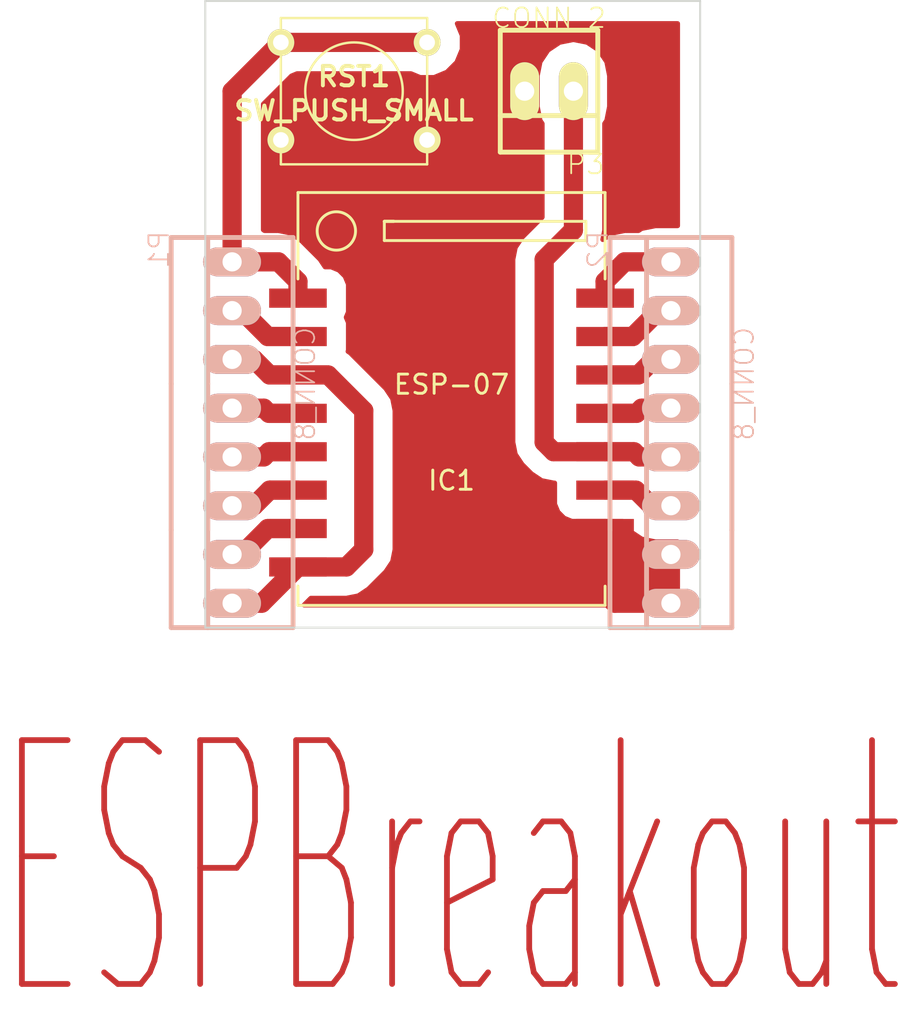
<source format=kicad_pcb>
(kicad_pcb (version 3) (host pcbnew "(2013-may-18)-stable")

  (general
    (links 24)
    (no_connects 0)
    (area 24.538571 38.430999 71.98143 92.86)
    (thickness 1.6)
    (drawings 5)
    (tracks 68)
    (zones 0)
    (modules 5)
    (nets 15)
  )

  (page A4 portrait)
  (layers
    (15 F.Cu signal)
    (0 B.Cu signal)
    (16 B.Adhes user)
    (17 F.Adhes user)
    (18 B.Paste user)
    (19 F.Paste user)
    (20 B.SilkS user)
    (21 F.SilkS user)
    (22 B.Mask user)
    (23 F.Mask user)
    (24 Dwgs.User user)
    (25 Cmts.User user)
    (26 Eco1.User user)
    (27 Eco2.User user)
    (28 Edge.Cuts user)
  )

  (setup
    (last_trace_width 1)
    (user_trace_width 1)
    (trace_clearance 0.254)
    (zone_clearance 1)
    (zone_45_only no)
    (trace_min 0.254)
    (segment_width 0.2)
    (edge_width 0.1)
    (via_size 0.889)
    (via_drill 0.635)
    (via_min_size 0.889)
    (via_min_drill 0.508)
    (uvia_size 0.508)
    (uvia_drill 0.127)
    (uvias_allowed no)
    (uvia_min_size 0.508)
    (uvia_min_drill 0.127)
    (pcb_text_width 0.3)
    (pcb_text_size 1.5 1.5)
    (mod_edge_width 0.15)
    (mod_text_size 1 1)
    (mod_text_width 0.15)
    (pad_size 1.50622 3.01498)
    (pad_drill 0.99822)
    (pad_to_mask_clearance 0)
    (aux_axis_origin 0 0)
    (visible_elements FFFFFFBF)
    (pcbplotparams
      (layerselection 32768)
      (usegerberextensions false)
      (excludeedgelayer true)
      (linewidth 0.150000)
      (plotframeref false)
      (viasonmask false)
      (mode 1)
      (useauxorigin false)
      (hpglpennumber 1)
      (hpglpenspeed 20)
      (hpglpendiameter 15)
      (hpglpenoverlay 2)
      (psnegative false)
      (psa4output false)
      (plotreference false)
      (plotvalue false)
      (plotothertext false)
      (plotinvisibletext false)
      (padsonsilk false)
      (subtractmaskfromsilk false)
      (outputformat 2)
      (mirror true)
      (drillshape 1)
      (scaleselection 1)
      (outputdirectory /home/psyke/projekte/esp8266/espbreakout/))
  )

  (net 0 "")
  (net 1 +3.3V)
  (net 2 GND)
  (net 3 N-000001)
  (net 4 N-0000010)
  (net 5 N-0000011)
  (net 6 N-0000012)
  (net 7 N-000002)
  (net 8 N-000003)
  (net 9 N-000004)
  (net 10 N-000005)
  (net 11 N-000006)
  (net 12 N-000007)
  (net 13 N-000008)
  (net 14 N-000009)

  (net_class Default "This is the default net class."
    (clearance 0.254)
    (trace_width 0.254)
    (via_dia 0.889)
    (via_drill 0.635)
    (uvia_dia 0.508)
    (uvia_drill 0.127)
    (add_net "")
    (add_net +3.3V)
    (add_net GND)
    (add_net N-000001)
    (add_net N-0000010)
    (add_net N-0000011)
    (add_net N-0000012)
    (add_net N-000002)
    (add_net N-000003)
    (add_net N-000004)
    (add_net N-000005)
    (add_net N-000006)
    (add_net N-000007)
    (add_net N-000008)
    (add_net N-000009)
  )

  (module SW_PUSH_SMALL (layer F.Cu) (tedit 46544DB3) (tstamp 5547D430)
    (at 43.18 43.18)
    (path /55476662)
    (fp_text reference RST1 (at 0 -0.762) (layer F.SilkS)
      (effects (font (size 1.016 1.016) (thickness 0.2032)))
    )
    (fp_text value SW_PUSH_SMALL (at 0 1.016) (layer F.SilkS)
      (effects (font (size 1.016 1.016) (thickness 0.2032)))
    )
    (fp_circle (center 0 0) (end 0 -2.54) (layer F.SilkS) (width 0.127))
    (fp_line (start -3.81 -3.81) (end 3.81 -3.81) (layer F.SilkS) (width 0.127))
    (fp_line (start 3.81 -3.81) (end 3.81 3.81) (layer F.SilkS) (width 0.127))
    (fp_line (start 3.81 3.81) (end -3.81 3.81) (layer F.SilkS) (width 0.127))
    (fp_line (start -3.81 -3.81) (end -3.81 3.81) (layer F.SilkS) (width 0.127))
    (pad 1 thru_hole circle (at 3.81 -2.54) (size 1.397 1.397) (drill 0.8128)
      (layers *.Cu *.Mask F.SilkS)
      (net 11 N-000006)
    )
    (pad 2 thru_hole circle (at 3.81 2.54) (size 1.397 1.397) (drill 0.8128)
      (layers *.Cu *.Mask F.SilkS)
      (net 2 GND)
    )
    (pad 1 thru_hole circle (at -3.81 -2.54) (size 1.397 1.397) (drill 0.8128)
      (layers *.Cu *.Mask F.SilkS)
      (net 11 N-000006)
    )
    (pad 2 thru_hole circle (at -3.81 2.54) (size 1.397 1.397) (drill 0.8128)
      (layers *.Cu *.Mask F.SilkS)
      (net 2 GND)
    )
  )

  (module PINHEAD1-8 (layer B.Cu) (tedit 55476FE9) (tstamp 5547D3CD)
    (at 59.69 58.42 270)
    (path /554765B9)
    (attr virtual)
    (fp_text reference P2 (at -6.985 3.81 270) (layer B.SilkS)
      (effects (font (size 1.016 1.016) (thickness 0.0889)) (justify mirror))
    )
    (fp_text value CONN_8 (at 0 -3.81 270) (layer B.SilkS)
      (effects (font (size 1.016 1.016) (thickness 0.0889)) (justify mirror))
    )
    (fp_line (start 12.7 -3.175) (end 7.62 -3.175) (layer B.SilkS) (width 0.25))
    (fp_line (start 7.62 3.175) (end 12.7 3.175) (layer B.SilkS) (width 0.25))
    (fp_line (start 5.08 1.27) (end 12.7 1.27) (layer B.SilkS) (width 0.254))
    (fp_line (start 0 -3.175) (end 7.62 -3.175) (layer B.SilkS) (width 0.254))
    (fp_line (start 0 1.27) (end 7.62 1.27) (layer B.SilkS) (width 0.254))
    (fp_line (start 0 3.175) (end 7.62 3.175) (layer B.SilkS) (width 0.254))
    (fp_line (start -7.62 3.175) (end -7.62 -3.175) (layer B.SilkS) (width 0.254))
    (fp_line (start 12.7 3.175) (end 12.7 -3.175) (layer B.SilkS) (width 0.254))
    (fp_line (start 0 1.27) (end -7.62 1.27) (layer B.SilkS) (width 0.254))
    (fp_line (start -7.62 3.175) (end 0 3.175) (layer B.SilkS) (width 0.254))
    (fp_line (start 0 -3.175) (end -7.62 -3.175) (layer B.SilkS) (width 0.254))
    (pad 8 thru_hole oval (at 11.43 0 270) (size 1.50622 3.01498) (drill 0.99822)
      (layers *.Cu B.Paste B.SilkS B.Mask)
      (net 2 GND)
    )
    (pad 7 thru_hole oval (at 8.89 0 270) (size 1.50622 3.01498) (drill 0.99822)
      (layers *.Cu B.Paste B.SilkS B.Mask)
      (net 2 GND)
    )
    (pad 1 thru_hole oval (at -6.35 0 270) (size 1.50622 3.01498) (drill 0.99822)
      (layers *.Cu B.Paste B.SilkS B.Mask)
      (net 10 N-000005)
    )
    (pad 2 thru_hole oval (at -3.81 0 270) (size 1.50622 3.01498) (drill 0.99822)
      (layers *.Cu B.Paste B.SilkS B.Mask)
      (net 9 N-000004)
    )
    (pad 3 thru_hole oval (at -1.27 0 270) (size 1.50622 3.01498) (drill 0.99822)
      (layers *.Cu B.Paste B.SilkS B.Mask)
      (net 8 N-000003)
    )
    (pad 4 thru_hole oval (at 1.27 0 270) (size 1.50622 3.01498) (drill 0.99822)
      (layers *.Cu B.Paste B.SilkS B.Mask)
      (net 7 N-000002)
    )
    (pad 5 thru_hole oval (at 3.81 0 270) (size 1.50622 3.01498) (drill 0.99822)
      (layers *.Cu B.Paste B.SilkS B.Mask)
      (net 6 N-0000012)
    )
    (pad 6 thru_hole oval (at 6.35 0 270) (size 1.50622 3.01498) (drill 0.99822)
      (layers *.Cu B.Paste B.SilkS B.Mask)
      (net 3 N-000001)
    )
  )

  (module PINHEAD1-8 (layer B.Cu) (tedit 55476FE9) (tstamp 5547D3FD)
    (at 36.83 58.42 270)
    (path /554765C8)
    (attr virtual)
    (fp_text reference P1 (at -6.985 3.81 270) (layer B.SilkS)
      (effects (font (size 1.016 1.016) (thickness 0.0889)) (justify mirror))
    )
    (fp_text value CONN_8 (at 0 -3.81 270) (layer B.SilkS)
      (effects (font (size 1.016 1.016) (thickness 0.0889)) (justify mirror))
    )
    (fp_line (start 12.7 -3.175) (end 7.62 -3.175) (layer B.SilkS) (width 0.25))
    (fp_line (start 7.62 3.175) (end 12.7 3.175) (layer B.SilkS) (width 0.25))
    (fp_line (start 5.08 1.27) (end 12.7 1.27) (layer B.SilkS) (width 0.254))
    (fp_line (start 0 -3.175) (end 7.62 -3.175) (layer B.SilkS) (width 0.254))
    (fp_line (start 0 1.27) (end 7.62 1.27) (layer B.SilkS) (width 0.254))
    (fp_line (start 0 3.175) (end 7.62 3.175) (layer B.SilkS) (width 0.254))
    (fp_line (start -7.62 3.175) (end -7.62 -3.175) (layer B.SilkS) (width 0.254))
    (fp_line (start 12.7 3.175) (end 12.7 -3.175) (layer B.SilkS) (width 0.254))
    (fp_line (start 0 1.27) (end -7.62 1.27) (layer B.SilkS) (width 0.254))
    (fp_line (start -7.62 3.175) (end 0 3.175) (layer B.SilkS) (width 0.254))
    (fp_line (start 0 -3.175) (end -7.62 -3.175) (layer B.SilkS) (width 0.254))
    (pad 8 thru_hole oval (at 11.43 0 270) (size 1.50622 3.01498) (drill 0.99822)
      (layers *.Cu B.Paste B.SilkS B.Mask)
      (net 1 +3.3V)
    )
    (pad 7 thru_hole oval (at 8.89 0 270) (size 1.50622 3.01498) (drill 0.99822)
      (layers *.Cu B.Paste B.SilkS B.Mask)
      (net 5 N-0000011)
    )
    (pad 1 thru_hole oval (at -6.35 0 270) (size 1.50622 3.01498) (drill 0.99822)
      (layers *.Cu B.Paste B.SilkS B.Mask)
      (net 11 N-000006)
    )
    (pad 2 thru_hole oval (at -3.81 0 270) (size 1.50622 3.01498) (drill 0.99822)
      (layers *.Cu B.Paste B.SilkS B.Mask)
      (net 12 N-000007)
    )
    (pad 3 thru_hole oval (at -1.27 0 270) (size 1.50622 3.01498) (drill 0.99822)
      (layers *.Cu B.Paste B.SilkS B.Mask)
      (net 1 +3.3V)
    )
    (pad 4 thru_hole oval (at 1.27 0 270) (size 1.50622 3.01498) (drill 0.99822)
      (layers *.Cu B.Paste B.SilkS B.Mask)
      (net 13 N-000008)
    )
    (pad 5 thru_hole oval (at 3.81 0 270) (size 1.50622 3.01498) (drill 0.99822)
      (layers *.Cu B.Paste B.SilkS B.Mask)
      (net 14 N-000009)
    )
    (pad 6 thru_hole oval (at 6.35 0 270) (size 1.50622 3.01498) (drill 0.99822)
      (layers *.Cu B.Paste B.SilkS B.Mask)
      (net 4 N-0000010)
    )
  )

  (module PINHEAD1-2 (layer F.Cu) (tedit 4C5EDFB2) (tstamp 5547CF39)
    (at 53.34 43.18 180)
    (path /554766F9)
    (attr virtual)
    (fp_text reference P3 (at -1.905 -3.81 180) (layer F.SilkS)
      (effects (font (size 1.016 1.016) (thickness 0.0889)))
    )
    (fp_text value CONN_2 (at 0 3.81 180) (layer F.SilkS)
      (effects (font (size 1.016 1.016) (thickness 0.0889)))
    )
    (fp_line (start 2.54 -1.27) (end -2.54 -1.27) (layer F.SilkS) (width 0.254))
    (fp_line (start 2.54 3.175) (end -2.54 3.175) (layer F.SilkS) (width 0.254))
    (fp_line (start -2.54 -3.175) (end 2.54 -3.175) (layer F.SilkS) (width 0.254))
    (fp_line (start -2.54 -3.175) (end -2.54 3.175) (layer F.SilkS) (width 0.254))
    (fp_line (start 2.54 -3.175) (end 2.54 3.175) (layer F.SilkS) (width 0.254))
    (pad 1 thru_hole oval (at -1.27 0 180) (size 1.50622 3.01498) (drill 0.99822)
      (layers *.Cu F.Paste F.SilkS F.Mask)
      (net 6 N-0000012)
    )
    (pad 2 thru_hole oval (at 1.27 0 180) (size 1.50622 3.01498) (drill 0.99822)
      (layers *.Cu F.Paste F.SilkS F.Mask)
      (net 2 GND)
    )
  )

  (module ESP-07v2 (layer F.Cu) (tedit 5508BC65) (tstamp 5547D172)
    (at 48.26 60.96)
    (path /55475D3D)
    (fp_text reference IC1 (at 0 2.5) (layer F.SilkS)
      (effects (font (size 1 1) (thickness 0.15)))
    )
    (fp_text value ESP-07 (at 0 -2.5) (layer F.SilkS)
      (effects (font (size 1 1) (thickness 0.15)))
    )
    (fp_line (start -3.5 -11) (end 7 -11) (layer F.SilkS) (width 0.15))
    (fp_line (start 7 -11) (end 7 -10) (layer F.SilkS) (width 0.15))
    (fp_line (start 7 -10) (end -3.5 -10) (layer F.SilkS) (width 0.15))
    (fp_line (start -3.5 -10) (end -3.5 -11) (layer F.SilkS) (width 0.15))
    (fp_line (start -3.5 -11) (end -3 -11) (layer F.SilkS) (width 0.15))
    (fp_line (start -3 -11) (end -3.5 -11) (layer F.SilkS) (width 0.15))
    (fp_line (start -3.5 -11) (end -3 -11) (layer F.SilkS) (width 0.15))
    (fp_circle (center -6 -10.5) (end -6 -9.5) (layer F.SilkS) (width 0.15))
    (fp_line (start -8 -8) (end -8 -12.5) (layer F.SilkS) (width 0.15))
    (fp_line (start -8 -12.5) (end 8 -12.5) (layer F.SilkS) (width 0.15))
    (fp_line (start 8 -12.5) (end 8 -8) (layer F.SilkS) (width 0.15))
    (fp_line (start -8 8) (end -8 9) (layer F.SilkS) (width 0.15))
    (fp_line (start -8 9) (end 8 9) (layer F.SilkS) (width 0.15))
    (fp_line (start 8 9) (end 8 8) (layer F.SilkS) (width 0.15))
    (pad 1 smd rect (at -8 -7) (size 3 1)
      (layers F.Cu F.Paste F.Mask)
      (net 11 N-000006)
    )
    (pad 2 smd rect (at -8 -5) (size 3 1)
      (layers F.Cu F.Paste F.Mask)
      (net 12 N-000007)
    )
    (pad 3 smd rect (at -8 -3) (size 3 1)
      (layers F.Cu F.Paste F.Mask)
      (net 1 +3.3V)
    )
    (pad 4 smd rect (at -8 -1) (size 3 1)
      (layers F.Cu F.Paste F.Mask)
      (net 13 N-000008)
    )
    (pad 5 smd rect (at -8 1) (size 3 1)
      (layers F.Cu F.Paste F.Mask)
      (net 14 N-000009)
    )
    (pad 6 smd rect (at -8 3) (size 3 1)
      (layers F.Cu F.Paste F.Mask)
      (net 4 N-0000010)
    )
    (pad 7 smd rect (at -8 5) (size 3 1)
      (layers F.Cu F.Paste F.Mask)
      (net 5 N-0000011)
    )
    (pad 8 smd rect (at -8 7) (size 3 1)
      (layers F.Cu F.Paste F.Mask)
      (net 1 +3.3V)
    )
    (pad 9 smd rect (at 8 7) (size 3 1)
      (layers F.Cu F.Paste F.Mask)
      (net 2 GND)
    )
    (pad 10 smd rect (at 8 5) (size 3 1)
      (layers F.Cu F.Paste F.Mask)
      (net 2 GND)
    )
    (pad 11 smd rect (at 8 3) (size 3 1)
      (layers F.Cu F.Paste F.Mask)
      (net 3 N-000001)
    )
    (pad 12 smd rect (at 8 1) (size 3 1)
      (layers F.Cu F.Paste F.Mask)
      (net 6 N-0000012)
    )
    (pad 13 smd rect (at 8 -1) (size 3 1)
      (layers F.Cu F.Paste F.Mask)
      (net 7 N-000002)
    )
    (pad 14 smd rect (at 8 -3) (size 3 1)
      (layers F.Cu F.Paste F.Mask)
      (net 8 N-000003)
    )
    (pad 15 smd rect (at 8 -5) (size 3 1)
      (layers F.Cu F.Paste F.Mask)
      (net 9 N-000004)
    )
    (pad 16 smd rect (at 8 -7) (size 3 1)
      (layers F.Cu F.Paste F.Mask)
      (net 10 N-000005)
    )
  )

  (gr_text ESPBreakout (at 48.26 83.82) (layer F.Cu)
    (effects (font (size 12.7 5) (thickness 0.3)))
  )
  (gr_line (start 61.214 71.12) (end 35.433 71.12) (angle 90) (layer Edge.Cuts) (width 0.1))
  (gr_line (start 61.214 38.481) (end 61.214 71.12) (angle 90) (layer Edge.Cuts) (width 0.1))
  (gr_line (start 35.433 38.481) (end 61.214 38.481) (angle 90) (layer Edge.Cuts) (width 0.1))
  (gr_line (start 35.433 71.12) (end 35.433 38.481) (angle 90) (layer Edge.Cuts) (width 0.1))

  (segment (start 40.26 67.96) (end 42.784 67.96) (width 1) (layer F.Cu) (net 1))
  (segment (start 41.831 57.96) (end 40.26 57.96) (width 1) (layer F.Cu) (net 1) (tstamp 5547D4A5))
  (segment (start 43.688 59.817) (end 41.831 57.96) (width 1) (layer F.Cu) (net 1) (tstamp 5547D4A4))
  (segment (start 43.688 67.056) (end 43.688 59.817) (width 1) (layer F.Cu) (net 1) (tstamp 5547D4A3))
  (segment (start 42.784 67.96) (end 43.688 67.056) (width 1) (layer F.Cu) (net 1) (tstamp 5547D4A2))
  (segment (start 36.83 69.85) (end 38.37 69.85) (width 1) (layer F.Cu) (net 1))
  (segment (start 38.37 69.85) (end 40.26 67.96) (width 1) (layer F.Cu) (net 1) (tstamp 5547D4A0))
  (segment (start 36.83 57.15) (end 37.973 57.15) (width 1) (layer F.Cu) (net 1))
  (segment (start 37.973 57.15) (end 38.783 57.96) (width 1) (layer F.Cu) (net 1) (tstamp 5547D491))
  (segment (start 38.783 57.96) (end 40.26 57.96) (width 1) (layer F.Cu) (net 1) (tstamp 5547D492))
  (segment (start 52.07 43.18) (end 49.53 43.18) (width 1) (layer F.Cu) (net 2))
  (segment (start 49.53 43.18) (end 46.99 45.72) (width 1) (layer F.Cu) (net 2) (tstamp 5547D484))
  (segment (start 46.99 45.72) (end 39.37 45.72) (width 1) (layer F.Cu) (net 2) (tstamp 5547D485))
  (segment (start 56.26 65.96) (end 52.625 65.96) (width 1) (layer F.Cu) (net 2))
  (segment (start 52.07 49.276) (end 52.07 43.18) (width 1) (layer F.Cu) (net 2) (tstamp 5547D482))
  (segment (start 51.054 50.292) (end 52.07 49.276) (width 1) (layer F.Cu) (net 2) (tstamp 5547D481))
  (segment (start 51.054 64.389) (end 51.054 50.292) (width 1) (layer F.Cu) (net 2) (tstamp 5547D480))
  (segment (start 52.625 65.96) (end 51.054 64.389) (width 1) (layer F.Cu) (net 2) (tstamp 5547D47F))
  (segment (start 59.69 69.85) (end 56.769 69.85) (width 1) (layer F.Cu) (net 2))
  (segment (start 56.26 69.341) (end 56.26 67.96) (width 1) (layer F.Cu) (net 2) (tstamp 5547D477))
  (segment (start 56.769 69.85) (end 56.26 69.341) (width 1) (layer F.Cu) (net 2) (tstamp 5547D476))
  (segment (start 56.26 67.96) (end 59.04 67.96) (width 1) (layer F.Cu) (net 2))
  (segment (start 59.04 67.96) (end 59.69 67.31) (width 1) (layer F.Cu) (net 2) (tstamp 5547D473))
  (segment (start 56.26 65.96) (end 56.26 67.96) (width 1) (layer F.Cu) (net 2))
  (segment (start 59.69 64.77) (end 58.674 64.77) (width 1) (layer F.Cu) (net 3))
  (segment (start 57.864 63.96) (end 56.26 63.96) (width 1) (layer F.Cu) (net 3) (tstamp 5547D46F))
  (segment (start 58.674 64.77) (end 57.864 63.96) (width 1) (layer F.Cu) (net 3) (tstamp 5547D46E))
  (segment (start 36.83 64.77) (end 37.973 64.77) (width 1) (layer F.Cu) (net 4))
  (segment (start 38.783 63.96) (end 40.26 63.96) (width 1) (layer F.Cu) (net 4) (tstamp 5547D49B))
  (segment (start 37.973 64.77) (end 38.783 63.96) (width 1) (layer F.Cu) (net 4) (tstamp 5547D49A))
  (segment (start 36.83 67.31) (end 37.338 67.31) (width 1) (layer F.Cu) (net 5))
  (segment (start 38.688 65.96) (end 40.26 65.96) (width 1) (layer F.Cu) (net 5) (tstamp 5547D49E))
  (segment (start 37.338 67.31) (end 38.688 65.96) (width 1) (layer F.Cu) (net 5) (tstamp 5547D49D))
  (segment (start 56.26 61.96) (end 53.578 61.96) (width 1) (layer F.Cu) (net 6))
  (segment (start 54.61 50.419) (end 54.61 43.18) (width 1) (layer F.Cu) (net 6) (tstamp 5547D47D))
  (segment (start 53.086 51.943) (end 54.61 50.419) (width 1) (layer F.Cu) (net 6) (tstamp 5547D47B))
  (segment (start 53.086 61.468) (end 53.086 51.943) (width 1) (layer F.Cu) (net 6) (tstamp 5547D47A))
  (segment (start 53.578 61.96) (end 53.086 61.468) (width 1) (layer F.Cu) (net 6) (tstamp 5547D479))
  (segment (start 59.69 62.23) (end 58.039 62.23) (width 1) (layer F.Cu) (net 6))
  (segment (start 57.769 61.96) (end 56.26 61.96) (width 1) (layer F.Cu) (net 6) (tstamp 5547D46C))
  (segment (start 58.039 62.23) (end 57.769 61.96) (width 1) (layer F.Cu) (net 6) (tstamp 5547D46B))
  (segment (start 59.69 59.69) (end 58.166 59.69) (width 1) (layer F.Cu) (net 7))
  (segment (start 57.896 59.96) (end 56.26 59.96) (width 1) (layer F.Cu) (net 7) (tstamp 5547D469))
  (segment (start 58.166 59.69) (end 57.896 59.96) (width 1) (layer F.Cu) (net 7) (tstamp 5547D467))
  (segment (start 59.69 57.15) (end 58.801 57.15) (width 1) (layer F.Cu) (net 8))
  (segment (start 57.991 57.96) (end 56.26 57.96) (width 1) (layer F.Cu) (net 8) (tstamp 5547D465))
  (segment (start 58.801 57.15) (end 57.991 57.96) (width 1) (layer F.Cu) (net 8) (tstamp 5547D463))
  (segment (start 59.69 54.61) (end 59.055 54.61) (width 1) (layer F.Cu) (net 9))
  (segment (start 57.705 55.96) (end 56.26 55.96) (width 1) (layer F.Cu) (net 9) (tstamp 5547D461))
  (segment (start 59.055 54.61) (end 57.705 55.96) (width 1) (layer F.Cu) (net 9) (tstamp 5547D460))
  (segment (start 56.26 53.96) (end 56.26 53.087) (width 1) (layer F.Cu) (net 10))
  (segment (start 57.277 52.07) (end 59.69 52.07) (width 1) (layer F.Cu) (net 10) (tstamp 5547D45E))
  (segment (start 56.26 53.087) (end 57.277 52.07) (width 1) (layer F.Cu) (net 10) (tstamp 5547D45D))
  (segment (start 46.99 40.64) (end 39.37 40.64) (width 1) (layer F.Cu) (net 11))
  (segment (start 39.37 40.64) (end 36.83 43.18) (width 1) (layer F.Cu) (net 11) (tstamp 5547D487))
  (segment (start 36.83 43.18) (end 36.83 52.07) (width 1) (layer F.Cu) (net 11) (tstamp 5547D488))
  (segment (start 36.83 52.07) (end 39.243 52.07) (width 1) (layer F.Cu) (net 11) (tstamp 5547D489))
  (segment (start 39.243 52.07) (end 40.26 53.087) (width 1) (layer F.Cu) (net 11) (tstamp 5547D48B))
  (segment (start 40.26 53.087) (end 40.26 53.96) (width 1) (layer F.Cu) (net 11) (tstamp 5547D48C))
  (segment (start 36.83 54.61) (end 37.338 54.61) (width 1) (layer F.Cu) (net 12))
  (segment (start 38.688 55.96) (end 40.26 55.96) (width 1) (layer F.Cu) (net 12) (tstamp 5547D48F))
  (segment (start 37.338 54.61) (end 38.688 55.96) (width 1) (layer F.Cu) (net 12) (tstamp 5547D48E))
  (segment (start 36.83 59.69) (end 38.481 59.69) (width 1) (layer F.Cu) (net 13))
  (segment (start 38.751 59.96) (end 40.26 59.96) (width 1) (layer F.Cu) (net 13) (tstamp 5547D495))
  (segment (start 38.481 59.69) (end 38.751 59.96) (width 1) (layer F.Cu) (net 13) (tstamp 5547D494))
  (segment (start 36.83 62.23) (end 38.481 62.23) (width 1) (layer F.Cu) (net 14))
  (segment (start 38.751 61.96) (end 40.26 61.96) (width 1) (layer F.Cu) (net 14) (tstamp 5547D498))
  (segment (start 38.481 62.23) (end 38.751 61.96) (width 1) (layer F.Cu) (net 14) (tstamp 5547D497))

  (zone (net 2) (net_name GND) (layer F.Cu) (tstamp 5547D4A7) (hatch edge 0.508)
    (connect_pads yes (clearance 1))
    (min_thickness 0.254)
    (fill (arc_segments 16) (thermal_gap 0.508) (thermal_bridge_width 0.508))
    (polygon
      (pts
        (xy 35.433 38.481) (xy 61.214 38.481) (xy 61.214 71.12) (xy 35.56 71.12) (xy 35.433 38.481)
      )
    )
    (filled_polygon
      (pts
        (xy 60.037 69.943) (xy 40.577925 69.943) (xy 40.93373 69.587195) (xy 41.983191 69.587195) (xy 41.983662 69.587)
        (xy 42.784 69.587) (xy 43.406626 69.463152) (xy 43.934463 69.110463) (xy 44.838463 68.206463) (xy 45.191152 67.678626)
        (xy 45.315 67.056) (xy 45.315 59.817) (xy 45.191152 59.194374) (xy 44.838463 58.666537) (xy 44.838459 58.666534)
        (xy 42.981463 56.809537) (xy 42.866933 56.73301) (xy 42.886804 56.685157) (xy 42.887195 56.236809) (xy 42.887195 55.236809)
        (xy 42.772749 54.95983) (xy 42.886804 54.685157) (xy 42.887195 54.236809) (xy 42.887195 53.236809) (xy 42.715981 52.82244)
        (xy 42.399227 52.505133) (xy 41.985157 52.333196) (xy 41.675321 52.332925) (xy 41.410463 51.936537) (xy 40.393463 50.919537)
        (xy 39.865626 50.566848) (xy 39.243 50.443) (xy 38.520098 50.443) (xy 38.457 50.400839) (xy 38.457 43.853925)
        (xy 39.925091 42.385834) (xy 40.21269 42.267) (xy 46.148017 42.267) (xy 46.625293 42.465182) (xy 47.351521 42.465816)
        (xy 48.022711 42.188485) (xy 48.536681 41.675412) (xy 48.815182 41.004707) (xy 48.815816 40.278479) (xy 48.559438 39.658)
        (xy 60.037 39.658) (xy 60.037 50.18989) (xy 58.884008 50.18989) (xy 58.164521 50.333005) (xy 57.999901 50.443)
        (xy 57.277 50.443) (xy 56.654374 50.566848) (xy 56.139107 50.911137) (xy 56.237 50.419) (xy 56.237 44.870098)
        (xy 56.346995 44.705479) (xy 56.49011 43.985992) (xy 56.49011 42.374008) (xy 56.346995 41.654521) (xy 55.939439 41.044569)
        (xy 55.329487 40.637013) (xy 54.61 40.493898) (xy 53.890513 40.637013) (xy 53.280561 41.044569) (xy 52.873005 41.654521)
        (xy 52.72989 42.374008) (xy 52.72989 43.985992) (xy 52.873005 44.705479) (xy 52.983 44.870098) (xy 52.983 49.745074)
        (xy 51.935537 50.792537) (xy 51.582848 51.320374) (xy 51.459 51.943) (xy 51.459 61.468) (xy 51.582848 62.090626)
        (xy 51.935537 62.618463) (xy 52.427537 63.110463) (xy 52.955374 63.463152) (xy 53.578 63.587) (xy 53.632888 63.587)
        (xy 53.632805 63.683191) (xy 53.632805 64.683191) (xy 53.804019 65.09756) (xy 54.120773 65.414867) (xy 54.534843 65.586804)
        (xy 54.983191 65.587195) (xy 57.190269 65.587195) (xy 57.256659 65.653584) (xy 57.554569 66.099439) (xy 58.164521 66.506995)
        (xy 58.884008 66.65011) (xy 60.037 66.65011) (xy 60.037 69.943)
      )
    )
  )
)

</source>
